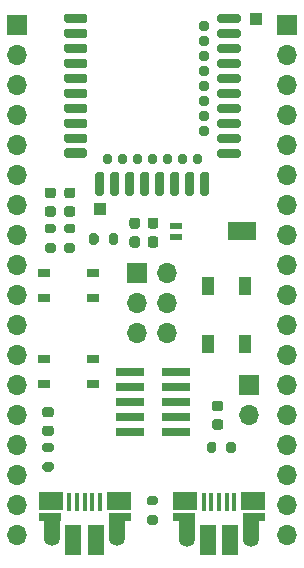
<source format=gts>
%TF.GenerationSoftware,KiCad,Pcbnew,5.1.10-88a1d61d58~88~ubuntu18.04.1*%
%TF.CreationDate,2021-06-05T10:08:30+03:00*%
%TF.ProjectId,ebyte-E73-2G4M08S1x-board,65627974-652d-4453-9733-2d3247344d30,rev?*%
%TF.SameCoordinates,Original*%
%TF.FileFunction,Soldermask,Top*%
%TF.FilePolarity,Negative*%
%FSLAX46Y46*%
G04 Gerber Fmt 4.6, Leading zero omitted, Abs format (unit mm)*
G04 Created by KiCad (PCBNEW 5.1.10-88a1d61d58~88~ubuntu18.04.1) date 2021-06-05 10:08:30*
%MOMM*%
%LPD*%
G01*
G04 APERTURE LIST*
%ADD10R,1.000000X1.500000*%
%ADD11R,2.400000X0.740000*%
%ADD12R,2.400000X1.500000*%
%ADD13R,1.100000X0.600000*%
%ADD14R,1.050000X0.650000*%
%ADD15R,1.430000X2.500000*%
%ADD16O,1.350000X1.700000*%
%ADD17O,1.100000X1.500000*%
%ADD18R,0.400000X1.650000*%
%ADD19R,2.000000X1.500000*%
%ADD20R,1.825000X0.700000*%
%ADD21R,1.350000X2.000000*%
%ADD22O,1.700000X1.700000*%
%ADD23R,1.700000X1.700000*%
%ADD24R,1.000000X1.000000*%
G04 APERTURE END LIST*
%TO.C,U5*%
G36*
G01*
X153405000Y-74341000D02*
X153805000Y-74341000D01*
G75*
G02*
X154005000Y-74541000I0J-200000D01*
G01*
X154005000Y-74941000D01*
G75*
G02*
X153805000Y-75141000I-200000J0D01*
G01*
X153405000Y-75141000D01*
G75*
G02*
X153205000Y-74941000I0J200000D01*
G01*
X153205000Y-74541000D01*
G75*
G02*
X153405000Y-74341000I200000J0D01*
G01*
G37*
G36*
G01*
X153405000Y-73071000D02*
X153805000Y-73071000D01*
G75*
G02*
X154005000Y-73271000I0J-200000D01*
G01*
X154005000Y-73671000D01*
G75*
G02*
X153805000Y-73871000I-200000J0D01*
G01*
X153405000Y-73871000D01*
G75*
G02*
X153205000Y-73671000I0J200000D01*
G01*
X153205000Y-73271000D01*
G75*
G02*
X153405000Y-73071000I200000J0D01*
G01*
G37*
G36*
G01*
X153405000Y-75611000D02*
X153805000Y-75611000D01*
G75*
G02*
X154005000Y-75811000I0J-200000D01*
G01*
X154005000Y-76211000D01*
G75*
G02*
X153805000Y-76411000I-200000J0D01*
G01*
X153405000Y-76411000D01*
G75*
G02*
X153205000Y-76211000I0J200000D01*
G01*
X153205000Y-75811000D01*
G75*
G02*
X153405000Y-75611000I200000J0D01*
G01*
G37*
G36*
G01*
X153405000Y-76881000D02*
X153805000Y-76881000D01*
G75*
G02*
X154005000Y-77081000I0J-200000D01*
G01*
X154005000Y-77481000D01*
G75*
G02*
X153805000Y-77681000I-200000J0D01*
G01*
X153405000Y-77681000D01*
G75*
G02*
X153205000Y-77481000I0J200000D01*
G01*
X153205000Y-77081000D01*
G75*
G02*
X153405000Y-76881000I200000J0D01*
G01*
G37*
G36*
G01*
X153405000Y-78151000D02*
X153805000Y-78151000D01*
G75*
G02*
X154005000Y-78351000I0J-200000D01*
G01*
X154005000Y-78751000D01*
G75*
G02*
X153805000Y-78951000I-200000J0D01*
G01*
X153405000Y-78951000D01*
G75*
G02*
X153205000Y-78751000I0J200000D01*
G01*
X153205000Y-78351000D01*
G75*
G02*
X153405000Y-78151000I200000J0D01*
G01*
G37*
G36*
G01*
X153405000Y-79421000D02*
X153805000Y-79421000D01*
G75*
G02*
X154005000Y-79621000I0J-200000D01*
G01*
X154005000Y-80021000D01*
G75*
G02*
X153805000Y-80221000I-200000J0D01*
G01*
X153405000Y-80221000D01*
G75*
G02*
X153205000Y-80021000I0J200000D01*
G01*
X153205000Y-79621000D01*
G75*
G02*
X153405000Y-79421000I200000J0D01*
G01*
G37*
G36*
G01*
X153405000Y-80691000D02*
X153805000Y-80691000D01*
G75*
G02*
X154005000Y-80891000I0J-200000D01*
G01*
X154005000Y-81291000D01*
G75*
G02*
X153805000Y-81491000I-200000J0D01*
G01*
X153405000Y-81491000D01*
G75*
G02*
X153205000Y-81291000I0J200000D01*
G01*
X153205000Y-80891000D01*
G75*
G02*
X153405000Y-80691000I200000J0D01*
G01*
G37*
G36*
G01*
X153405000Y-81961000D02*
X153805000Y-81961000D01*
G75*
G02*
X154005000Y-82161000I0J-200000D01*
G01*
X154005000Y-82561000D01*
G75*
G02*
X153805000Y-82761000I-200000J0D01*
G01*
X153405000Y-82761000D01*
G75*
G02*
X153205000Y-82561000I0J200000D01*
G01*
X153205000Y-82161000D01*
G75*
G02*
X153405000Y-81961000I200000J0D01*
G01*
G37*
G36*
G01*
X145215000Y-84351000D02*
X145615000Y-84351000D01*
G75*
G02*
X145815000Y-84551000I0J-200000D01*
G01*
X145815000Y-84951000D01*
G75*
G02*
X145615000Y-85151000I-200000J0D01*
G01*
X145215000Y-85151000D01*
G75*
G02*
X145015000Y-84951000I0J200000D01*
G01*
X145015000Y-84551000D01*
G75*
G02*
X145215000Y-84351000I200000J0D01*
G01*
G37*
G36*
G01*
X146485000Y-84351000D02*
X146885000Y-84351000D01*
G75*
G02*
X147085000Y-84551000I0J-200000D01*
G01*
X147085000Y-84951000D01*
G75*
G02*
X146885000Y-85151000I-200000J0D01*
G01*
X146485000Y-85151000D01*
G75*
G02*
X146285000Y-84951000I0J200000D01*
G01*
X146285000Y-84551000D01*
G75*
G02*
X146485000Y-84351000I200000J0D01*
G01*
G37*
G36*
G01*
X147755000Y-84351000D02*
X148155000Y-84351000D01*
G75*
G02*
X148355000Y-84551000I0J-200000D01*
G01*
X148355000Y-84951000D01*
G75*
G02*
X148155000Y-85151000I-200000J0D01*
G01*
X147755000Y-85151000D01*
G75*
G02*
X147555000Y-84951000I0J200000D01*
G01*
X147555000Y-84551000D01*
G75*
G02*
X147755000Y-84351000I200000J0D01*
G01*
G37*
G36*
G01*
X149025000Y-84351000D02*
X149425000Y-84351000D01*
G75*
G02*
X149625000Y-84551000I0J-200000D01*
G01*
X149625000Y-84951000D01*
G75*
G02*
X149425000Y-85151000I-200000J0D01*
G01*
X149025000Y-85151000D01*
G75*
G02*
X148825000Y-84951000I0J200000D01*
G01*
X148825000Y-84551000D01*
G75*
G02*
X149025000Y-84351000I200000J0D01*
G01*
G37*
G36*
G01*
X150295000Y-84351000D02*
X150695000Y-84351000D01*
G75*
G02*
X150895000Y-84551000I0J-200000D01*
G01*
X150895000Y-84951000D01*
G75*
G02*
X150695000Y-85151000I-200000J0D01*
G01*
X150295000Y-85151000D01*
G75*
G02*
X150095000Y-84951000I0J200000D01*
G01*
X150095000Y-84551000D01*
G75*
G02*
X150295000Y-84351000I200000J0D01*
G01*
G37*
G36*
G01*
X151565000Y-84351000D02*
X151965000Y-84351000D01*
G75*
G02*
X152165000Y-84551000I0J-200000D01*
G01*
X152165000Y-84951000D01*
G75*
G02*
X151965000Y-85151000I-200000J0D01*
G01*
X151565000Y-85151000D01*
G75*
G02*
X151365000Y-84951000I0J200000D01*
G01*
X151365000Y-84551000D01*
G75*
G02*
X151565000Y-84351000I200000J0D01*
G01*
G37*
G36*
G01*
X152835000Y-84351000D02*
X153235000Y-84351000D01*
G75*
G02*
X153435000Y-84551000I0J-200000D01*
G01*
X153435000Y-84951000D01*
G75*
G02*
X153235000Y-85151000I-200000J0D01*
G01*
X152835000Y-85151000D01*
G75*
G02*
X152635000Y-84951000I0J200000D01*
G01*
X152635000Y-84551000D01*
G75*
G02*
X152835000Y-84351000I200000J0D01*
G01*
G37*
G36*
G01*
X144575000Y-85841000D02*
X144975000Y-85841000D01*
G75*
G02*
X145175000Y-86041000I0J-200000D01*
G01*
X145175000Y-87641000D01*
G75*
G02*
X144975000Y-87841000I-200000J0D01*
G01*
X144575000Y-87841000D01*
G75*
G02*
X144375000Y-87641000I0J200000D01*
G01*
X144375000Y-86041000D01*
G75*
G02*
X144575000Y-85841000I200000J0D01*
G01*
G37*
G36*
G01*
X145845000Y-85841000D02*
X146245000Y-85841000D01*
G75*
G02*
X146445000Y-86041000I0J-200000D01*
G01*
X146445000Y-87641000D01*
G75*
G02*
X146245000Y-87841000I-200000J0D01*
G01*
X145845000Y-87841000D01*
G75*
G02*
X145645000Y-87641000I0J200000D01*
G01*
X145645000Y-86041000D01*
G75*
G02*
X145845000Y-85841000I200000J0D01*
G01*
G37*
G36*
G01*
X147115000Y-85841000D02*
X147515000Y-85841000D01*
G75*
G02*
X147715000Y-86041000I0J-200000D01*
G01*
X147715000Y-87641000D01*
G75*
G02*
X147515000Y-87841000I-200000J0D01*
G01*
X147115000Y-87841000D01*
G75*
G02*
X146915000Y-87641000I0J200000D01*
G01*
X146915000Y-86041000D01*
G75*
G02*
X147115000Y-85841000I200000J0D01*
G01*
G37*
G36*
G01*
X148385000Y-85841000D02*
X148785000Y-85841000D01*
G75*
G02*
X148985000Y-86041000I0J-200000D01*
G01*
X148985000Y-87641000D01*
G75*
G02*
X148785000Y-87841000I-200000J0D01*
G01*
X148385000Y-87841000D01*
G75*
G02*
X148185000Y-87641000I0J200000D01*
G01*
X148185000Y-86041000D01*
G75*
G02*
X148385000Y-85841000I200000J0D01*
G01*
G37*
G36*
G01*
X149655000Y-85841000D02*
X150055000Y-85841000D01*
G75*
G02*
X150255000Y-86041000I0J-200000D01*
G01*
X150255000Y-87641000D01*
G75*
G02*
X150055000Y-87841000I-200000J0D01*
G01*
X149655000Y-87841000D01*
G75*
G02*
X149455000Y-87641000I0J200000D01*
G01*
X149455000Y-86041000D01*
G75*
G02*
X149655000Y-85841000I200000J0D01*
G01*
G37*
G36*
G01*
X150925000Y-85841000D02*
X151325000Y-85841000D01*
G75*
G02*
X151525000Y-86041000I0J-200000D01*
G01*
X151525000Y-87641000D01*
G75*
G02*
X151325000Y-87841000I-200000J0D01*
G01*
X150925000Y-87841000D01*
G75*
G02*
X150725000Y-87641000I0J200000D01*
G01*
X150725000Y-86041000D01*
G75*
G02*
X150925000Y-85841000I200000J0D01*
G01*
G37*
G36*
G01*
X152195000Y-85841000D02*
X152595000Y-85841000D01*
G75*
G02*
X152795000Y-86041000I0J-200000D01*
G01*
X152795000Y-87641000D01*
G75*
G02*
X152595000Y-87841000I-200000J0D01*
G01*
X152195000Y-87841000D01*
G75*
G02*
X151995000Y-87641000I0J200000D01*
G01*
X151995000Y-86041000D01*
G75*
G02*
X152195000Y-85841000I200000J0D01*
G01*
G37*
G36*
G01*
X153465000Y-85841000D02*
X153865000Y-85841000D01*
G75*
G02*
X154065000Y-86041000I0J-200000D01*
G01*
X154065000Y-87641000D01*
G75*
G02*
X153865000Y-87841000I-200000J0D01*
G01*
X153465000Y-87841000D01*
G75*
G02*
X153265000Y-87641000I0J200000D01*
G01*
X153265000Y-86041000D01*
G75*
G02*
X153465000Y-85841000I200000J0D01*
G01*
G37*
G36*
G01*
X143731000Y-72621000D02*
X143731000Y-73021000D01*
G75*
G02*
X143531000Y-73221000I-200000J0D01*
G01*
X141931000Y-73221000D01*
G75*
G02*
X141731000Y-73021000I0J200000D01*
G01*
X141731000Y-72621000D01*
G75*
G02*
X141931000Y-72421000I200000J0D01*
G01*
X143531000Y-72421000D01*
G75*
G02*
X143731000Y-72621000I0J-200000D01*
G01*
G37*
G36*
G01*
X143731000Y-73891000D02*
X143731000Y-74291000D01*
G75*
G02*
X143531000Y-74491000I-200000J0D01*
G01*
X141931000Y-74491000D01*
G75*
G02*
X141731000Y-74291000I0J200000D01*
G01*
X141731000Y-73891000D01*
G75*
G02*
X141931000Y-73691000I200000J0D01*
G01*
X143531000Y-73691000D01*
G75*
G02*
X143731000Y-73891000I0J-200000D01*
G01*
G37*
G36*
G01*
X143731000Y-75161000D02*
X143731000Y-75561000D01*
G75*
G02*
X143531000Y-75761000I-200000J0D01*
G01*
X141931000Y-75761000D01*
G75*
G02*
X141731000Y-75561000I0J200000D01*
G01*
X141731000Y-75161000D01*
G75*
G02*
X141931000Y-74961000I200000J0D01*
G01*
X143531000Y-74961000D01*
G75*
G02*
X143731000Y-75161000I0J-200000D01*
G01*
G37*
G36*
G01*
X143731000Y-76431000D02*
X143731000Y-76831000D01*
G75*
G02*
X143531000Y-77031000I-200000J0D01*
G01*
X141931000Y-77031000D01*
G75*
G02*
X141731000Y-76831000I0J200000D01*
G01*
X141731000Y-76431000D01*
G75*
G02*
X141931000Y-76231000I200000J0D01*
G01*
X143531000Y-76231000D01*
G75*
G02*
X143731000Y-76431000I0J-200000D01*
G01*
G37*
G36*
G01*
X143731000Y-80241000D02*
X143731000Y-80641000D01*
G75*
G02*
X143531000Y-80841000I-200000J0D01*
G01*
X141931000Y-80841000D01*
G75*
G02*
X141731000Y-80641000I0J200000D01*
G01*
X141731000Y-80241000D01*
G75*
G02*
X141931000Y-80041000I200000J0D01*
G01*
X143531000Y-80041000D01*
G75*
G02*
X143731000Y-80241000I0J-200000D01*
G01*
G37*
G36*
G01*
X143731000Y-77701000D02*
X143731000Y-78101000D01*
G75*
G02*
X143531000Y-78301000I-200000J0D01*
G01*
X141931000Y-78301000D01*
G75*
G02*
X141731000Y-78101000I0J200000D01*
G01*
X141731000Y-77701000D01*
G75*
G02*
X141931000Y-77501000I200000J0D01*
G01*
X143531000Y-77501000D01*
G75*
G02*
X143731000Y-77701000I0J-200000D01*
G01*
G37*
G36*
G01*
X143731000Y-82781000D02*
X143731000Y-83181000D01*
G75*
G02*
X143531000Y-83381000I-200000J0D01*
G01*
X141931000Y-83381000D01*
G75*
G02*
X141731000Y-83181000I0J200000D01*
G01*
X141731000Y-82781000D01*
G75*
G02*
X141931000Y-82581000I200000J0D01*
G01*
X143531000Y-82581000D01*
G75*
G02*
X143731000Y-82781000I0J-200000D01*
G01*
G37*
G36*
G01*
X143731000Y-78971000D02*
X143731000Y-79371000D01*
G75*
G02*
X143531000Y-79571000I-200000J0D01*
G01*
X141931000Y-79571000D01*
G75*
G02*
X141731000Y-79371000I0J200000D01*
G01*
X141731000Y-78971000D01*
G75*
G02*
X141931000Y-78771000I200000J0D01*
G01*
X143531000Y-78771000D01*
G75*
G02*
X143731000Y-78971000I0J-200000D01*
G01*
G37*
G36*
G01*
X143735000Y-84041000D02*
X143735000Y-84441000D01*
G75*
G02*
X143535000Y-84641000I-200000J0D01*
G01*
X141935000Y-84641000D01*
G75*
G02*
X141735000Y-84441000I0J200000D01*
G01*
X141735000Y-84041000D01*
G75*
G02*
X141935000Y-83841000I200000J0D01*
G01*
X143535000Y-83841000D01*
G75*
G02*
X143735000Y-84041000I0J-200000D01*
G01*
G37*
G36*
G01*
X143731000Y-81511000D02*
X143731000Y-81911000D01*
G75*
G02*
X143531000Y-82111000I-200000J0D01*
G01*
X141931000Y-82111000D01*
G75*
G02*
X141731000Y-81911000I0J200000D01*
G01*
X141731000Y-81511000D01*
G75*
G02*
X141931000Y-81311000I200000J0D01*
G01*
X143531000Y-81311000D01*
G75*
G02*
X143731000Y-81511000I0J-200000D01*
G01*
G37*
G36*
G01*
X156725000Y-72621000D02*
X156725000Y-73021000D01*
G75*
G02*
X156525000Y-73221000I-200000J0D01*
G01*
X154925000Y-73221000D01*
G75*
G02*
X154725000Y-73021000I0J200000D01*
G01*
X154725000Y-72621000D01*
G75*
G02*
X154925000Y-72421000I200000J0D01*
G01*
X156525000Y-72421000D01*
G75*
G02*
X156725000Y-72621000I0J-200000D01*
G01*
G37*
G36*
G01*
X156725000Y-73891000D02*
X156725000Y-74291000D01*
G75*
G02*
X156525000Y-74491000I-200000J0D01*
G01*
X154925000Y-74491000D01*
G75*
G02*
X154725000Y-74291000I0J200000D01*
G01*
X154725000Y-73891000D01*
G75*
G02*
X154925000Y-73691000I200000J0D01*
G01*
X156525000Y-73691000D01*
G75*
G02*
X156725000Y-73891000I0J-200000D01*
G01*
G37*
G36*
G01*
X156725000Y-75161000D02*
X156725000Y-75561000D01*
G75*
G02*
X156525000Y-75761000I-200000J0D01*
G01*
X154925000Y-75761000D01*
G75*
G02*
X154725000Y-75561000I0J200000D01*
G01*
X154725000Y-75161000D01*
G75*
G02*
X154925000Y-74961000I200000J0D01*
G01*
X156525000Y-74961000D01*
G75*
G02*
X156725000Y-75161000I0J-200000D01*
G01*
G37*
G36*
G01*
X156725000Y-76431000D02*
X156725000Y-76831000D01*
G75*
G02*
X156525000Y-77031000I-200000J0D01*
G01*
X154925000Y-77031000D01*
G75*
G02*
X154725000Y-76831000I0J200000D01*
G01*
X154725000Y-76431000D01*
G75*
G02*
X154925000Y-76231000I200000J0D01*
G01*
X156525000Y-76231000D01*
G75*
G02*
X156725000Y-76431000I0J-200000D01*
G01*
G37*
G36*
G01*
X156725000Y-77701000D02*
X156725000Y-78101000D01*
G75*
G02*
X156525000Y-78301000I-200000J0D01*
G01*
X154925000Y-78301000D01*
G75*
G02*
X154725000Y-78101000I0J200000D01*
G01*
X154725000Y-77701000D01*
G75*
G02*
X154925000Y-77501000I200000J0D01*
G01*
X156525000Y-77501000D01*
G75*
G02*
X156725000Y-77701000I0J-200000D01*
G01*
G37*
G36*
G01*
X156725000Y-78971000D02*
X156725000Y-79371000D01*
G75*
G02*
X156525000Y-79571000I-200000J0D01*
G01*
X154925000Y-79571000D01*
G75*
G02*
X154725000Y-79371000I0J200000D01*
G01*
X154725000Y-78971000D01*
G75*
G02*
X154925000Y-78771000I200000J0D01*
G01*
X156525000Y-78771000D01*
G75*
G02*
X156725000Y-78971000I0J-200000D01*
G01*
G37*
G36*
G01*
X156725000Y-80241000D02*
X156725000Y-80641000D01*
G75*
G02*
X156525000Y-80841000I-200000J0D01*
G01*
X154925000Y-80841000D01*
G75*
G02*
X154725000Y-80641000I0J200000D01*
G01*
X154725000Y-80241000D01*
G75*
G02*
X154925000Y-80041000I200000J0D01*
G01*
X156525000Y-80041000D01*
G75*
G02*
X156725000Y-80241000I0J-200000D01*
G01*
G37*
G36*
G01*
X156725000Y-81511000D02*
X156725000Y-81911000D01*
G75*
G02*
X156525000Y-82111000I-200000J0D01*
G01*
X154925000Y-82111000D01*
G75*
G02*
X154725000Y-81911000I0J200000D01*
G01*
X154725000Y-81511000D01*
G75*
G02*
X154925000Y-81311000I200000J0D01*
G01*
X156525000Y-81311000D01*
G75*
G02*
X156725000Y-81511000I0J-200000D01*
G01*
G37*
G36*
G01*
X156725000Y-82781000D02*
X156725000Y-83181000D01*
G75*
G02*
X156525000Y-83381000I-200000J0D01*
G01*
X154925000Y-83381000D01*
G75*
G02*
X154725000Y-83181000I0J200000D01*
G01*
X154725000Y-82781000D01*
G75*
G02*
X154925000Y-82581000I200000J0D01*
G01*
X156525000Y-82581000D01*
G75*
G02*
X156725000Y-82781000I0J-200000D01*
G01*
G37*
G36*
G01*
X156725000Y-84051000D02*
X156725000Y-84451000D01*
G75*
G02*
X156525000Y-84651000I-200000J0D01*
G01*
X154925000Y-84651000D01*
G75*
G02*
X154725000Y-84451000I0J200000D01*
G01*
X154725000Y-84051000D01*
G75*
G02*
X154925000Y-83851000I200000J0D01*
G01*
X156525000Y-83851000D01*
G75*
G02*
X156725000Y-84051000I0J-200000D01*
G01*
G37*
%TD*%
D10*
%TO.C,D7*%
X153911500Y-100367000D03*
X157111500Y-100367000D03*
X153911500Y-95467000D03*
X157111500Y-95467000D03*
%TD*%
D11*
%TO.C,J6*%
X151220000Y-107823000D03*
X147320000Y-107823000D03*
X151220000Y-106553000D03*
X147320000Y-106553000D03*
X151220000Y-105283000D03*
X147320000Y-105283000D03*
X151220000Y-104013000D03*
X147320000Y-104013000D03*
X151220000Y-102743000D03*
X147320000Y-102743000D03*
%TD*%
%TO.C,R8*%
G36*
G01*
X140673500Y-109557000D02*
X140123500Y-109557000D01*
G75*
G02*
X139923500Y-109357000I0J200000D01*
G01*
X139923500Y-108957000D01*
G75*
G02*
X140123500Y-108757000I200000J0D01*
G01*
X140673500Y-108757000D01*
G75*
G02*
X140873500Y-108957000I0J-200000D01*
G01*
X140873500Y-109357000D01*
G75*
G02*
X140673500Y-109557000I-200000J0D01*
G01*
G37*
G36*
G01*
X140673500Y-111207000D02*
X140123500Y-111207000D01*
G75*
G02*
X139923500Y-111007000I0J200000D01*
G01*
X139923500Y-110607000D01*
G75*
G02*
X140123500Y-110407000I200000J0D01*
G01*
X140673500Y-110407000D01*
G75*
G02*
X140873500Y-110607000I0J-200000D01*
G01*
X140873500Y-111007000D01*
G75*
G02*
X140673500Y-111207000I-200000J0D01*
G01*
G37*
%TD*%
%TO.C,D8*%
G36*
G01*
X140654750Y-106609500D02*
X140142250Y-106609500D01*
G75*
G02*
X139923500Y-106390750I0J218750D01*
G01*
X139923500Y-105953250D01*
G75*
G02*
X140142250Y-105734500I218750J0D01*
G01*
X140654750Y-105734500D01*
G75*
G02*
X140873500Y-105953250I0J-218750D01*
G01*
X140873500Y-106390750D01*
G75*
G02*
X140654750Y-106609500I-218750J0D01*
G01*
G37*
G36*
G01*
X140654750Y-108184500D02*
X140142250Y-108184500D01*
G75*
G02*
X139923500Y-107965750I0J218750D01*
G01*
X139923500Y-107528250D01*
G75*
G02*
X140142250Y-107309500I218750J0D01*
G01*
X140654750Y-107309500D01*
G75*
G02*
X140873500Y-107528250I0J-218750D01*
G01*
X140873500Y-107965750D01*
G75*
G02*
X140654750Y-108184500I-218750J0D01*
G01*
G37*
%TD*%
%TO.C,R7*%
G36*
G01*
X141965000Y-91865000D02*
X142515000Y-91865000D01*
G75*
G02*
X142715000Y-92065000I0J-200000D01*
G01*
X142715000Y-92465000D01*
G75*
G02*
X142515000Y-92665000I-200000J0D01*
G01*
X141965000Y-92665000D01*
G75*
G02*
X141765000Y-92465000I0J200000D01*
G01*
X141765000Y-92065000D01*
G75*
G02*
X141965000Y-91865000I200000J0D01*
G01*
G37*
G36*
G01*
X141965000Y-90215000D02*
X142515000Y-90215000D01*
G75*
G02*
X142715000Y-90415000I0J-200000D01*
G01*
X142715000Y-90815000D01*
G75*
G02*
X142515000Y-91015000I-200000J0D01*
G01*
X141965000Y-91015000D01*
G75*
G02*
X141765000Y-90815000I0J200000D01*
G01*
X141765000Y-90415000D01*
G75*
G02*
X141965000Y-90215000I200000J0D01*
G01*
G37*
%TD*%
D12*
%TO.C,Y1*%
X156843500Y-90868500D03*
D13*
X151243500Y-90368500D03*
X151243500Y-91368500D03*
%TD*%
%TO.C,C7*%
G36*
G01*
X148188500Y-91507500D02*
X148188500Y-92007500D01*
G75*
G02*
X147963500Y-92232500I-225000J0D01*
G01*
X147513500Y-92232500D01*
G75*
G02*
X147288500Y-92007500I0J225000D01*
G01*
X147288500Y-91507500D01*
G75*
G02*
X147513500Y-91282500I225000J0D01*
G01*
X147963500Y-91282500D01*
G75*
G02*
X148188500Y-91507500I0J-225000D01*
G01*
G37*
G36*
G01*
X149738500Y-91507500D02*
X149738500Y-92007500D01*
G75*
G02*
X149513500Y-92232500I-225000J0D01*
G01*
X149063500Y-92232500D01*
G75*
G02*
X148838500Y-92007500I0J225000D01*
G01*
X148838500Y-91507500D01*
G75*
G02*
X149063500Y-91282500I225000J0D01*
G01*
X149513500Y-91282500D01*
G75*
G02*
X149738500Y-91507500I0J-225000D01*
G01*
G37*
%TD*%
D14*
%TO.C,SW2*%
X144188000Y-96515500D03*
X140038000Y-96515500D03*
X144188000Y-94365500D03*
X140038000Y-94365500D03*
%TD*%
%TO.C,R5*%
G36*
G01*
X144672500Y-91228500D02*
X144672500Y-91778500D01*
G75*
G02*
X144472500Y-91978500I-200000J0D01*
G01*
X144072500Y-91978500D01*
G75*
G02*
X143872500Y-91778500I0J200000D01*
G01*
X143872500Y-91228500D01*
G75*
G02*
X144072500Y-91028500I200000J0D01*
G01*
X144472500Y-91028500D01*
G75*
G02*
X144672500Y-91228500I0J-200000D01*
G01*
G37*
G36*
G01*
X146322500Y-91228500D02*
X146322500Y-91778500D01*
G75*
G02*
X146122500Y-91978500I-200000J0D01*
G01*
X145722500Y-91978500D01*
G75*
G02*
X145522500Y-91778500I0J200000D01*
G01*
X145522500Y-91228500D01*
G75*
G02*
X145722500Y-91028500I200000J0D01*
G01*
X146122500Y-91028500D01*
G75*
G02*
X146322500Y-91228500I0J-200000D01*
G01*
G37*
%TD*%
%TO.C,D6*%
G36*
G01*
X142496250Y-88042000D02*
X141983750Y-88042000D01*
G75*
G02*
X141765000Y-87823250I0J218750D01*
G01*
X141765000Y-87385750D01*
G75*
G02*
X141983750Y-87167000I218750J0D01*
G01*
X142496250Y-87167000D01*
G75*
G02*
X142715000Y-87385750I0J-218750D01*
G01*
X142715000Y-87823250D01*
G75*
G02*
X142496250Y-88042000I-218750J0D01*
G01*
G37*
G36*
G01*
X142496250Y-89617000D02*
X141983750Y-89617000D01*
G75*
G02*
X141765000Y-89398250I0J218750D01*
G01*
X141765000Y-88960750D01*
G75*
G02*
X141983750Y-88742000I218750J0D01*
G01*
X142496250Y-88742000D01*
G75*
G02*
X142715000Y-88960750I0J-218750D01*
G01*
X142715000Y-89398250D01*
G75*
G02*
X142496250Y-89617000I-218750J0D01*
G01*
G37*
%TD*%
D15*
%TO.C,J1*%
X144445000Y-116955000D03*
X142525000Y-116955000D03*
D16*
X146215000Y-116685000D03*
X140755000Y-116685000D03*
D17*
X145905000Y-113685000D03*
X141065000Y-113685000D03*
D18*
X144785000Y-113805000D03*
X144135000Y-113805000D03*
X143485000Y-113805000D03*
X142835000Y-113805000D03*
X142185000Y-113805000D03*
D19*
X146385000Y-113685000D03*
X140635000Y-113705000D03*
D20*
X146485000Y-115005000D03*
X140535000Y-115005000D03*
D21*
X140755000Y-115755000D03*
X146235000Y-115755000D03*
%TD*%
D15*
%TO.C,J2*%
X155829000Y-116967000D03*
X153909000Y-116967000D03*
D16*
X157599000Y-116697000D03*
X152139000Y-116697000D03*
D17*
X157289000Y-113697000D03*
X152449000Y-113697000D03*
D18*
X156169000Y-113817000D03*
X155519000Y-113817000D03*
X154869000Y-113817000D03*
X154219000Y-113817000D03*
X153569000Y-113817000D03*
D19*
X157769000Y-113697000D03*
X152019000Y-113717000D03*
D20*
X157869000Y-115017000D03*
X151919000Y-115017000D03*
D21*
X152139000Y-115767000D03*
X157619000Y-115767000D03*
%TD*%
D22*
%TO.C,J5*%
X160655000Y-116586000D03*
X160655000Y-114046000D03*
X160655000Y-111506000D03*
X160655000Y-108966000D03*
X160655000Y-106426000D03*
X160655000Y-103886000D03*
X160655000Y-101346000D03*
X160655000Y-98806000D03*
X160655000Y-96266000D03*
X160655000Y-93726000D03*
X160655000Y-91186000D03*
X160655000Y-88646000D03*
X160655000Y-86106000D03*
X160655000Y-83566000D03*
X160655000Y-81026000D03*
X160655000Y-78486000D03*
X160655000Y-75946000D03*
D23*
X160655000Y-73406000D03*
%TD*%
%TO.C,R6*%
G36*
G01*
X140314000Y-91865000D02*
X140864000Y-91865000D01*
G75*
G02*
X141064000Y-92065000I0J-200000D01*
G01*
X141064000Y-92465000D01*
G75*
G02*
X140864000Y-92665000I-200000J0D01*
G01*
X140314000Y-92665000D01*
G75*
G02*
X140114000Y-92465000I0J200000D01*
G01*
X140114000Y-92065000D01*
G75*
G02*
X140314000Y-91865000I200000J0D01*
G01*
G37*
G36*
G01*
X140314000Y-90215000D02*
X140864000Y-90215000D01*
G75*
G02*
X141064000Y-90415000I0J-200000D01*
G01*
X141064000Y-90815000D01*
G75*
G02*
X140864000Y-91015000I-200000J0D01*
G01*
X140314000Y-91015000D01*
G75*
G02*
X140114000Y-90815000I0J200000D01*
G01*
X140114000Y-90415000D01*
G75*
G02*
X140314000Y-90215000I200000J0D01*
G01*
G37*
%TD*%
%TO.C,D5*%
G36*
G01*
X140845250Y-88042000D02*
X140332750Y-88042000D01*
G75*
G02*
X140114000Y-87823250I0J218750D01*
G01*
X140114000Y-87385750D01*
G75*
G02*
X140332750Y-87167000I218750J0D01*
G01*
X140845250Y-87167000D01*
G75*
G02*
X141064000Y-87385750I0J-218750D01*
G01*
X141064000Y-87823250D01*
G75*
G02*
X140845250Y-88042000I-218750J0D01*
G01*
G37*
G36*
G01*
X140845250Y-89617000D02*
X140332750Y-89617000D01*
G75*
G02*
X140114000Y-89398250I0J218750D01*
G01*
X140114000Y-88960750D01*
G75*
G02*
X140332750Y-88742000I218750J0D01*
G01*
X140845250Y-88742000D01*
G75*
G02*
X141064000Y-88960750I0J-218750D01*
G01*
X141064000Y-89398250D01*
G75*
G02*
X140845250Y-89617000I-218750J0D01*
G01*
G37*
%TD*%
D22*
%TO.C,J4*%
X137795000Y-116586000D03*
X137795000Y-114046000D03*
X137795000Y-111506000D03*
X137795000Y-108966000D03*
X137795000Y-106426000D03*
X137795000Y-103886000D03*
X137795000Y-101346000D03*
X137795000Y-98806000D03*
X137795000Y-96266000D03*
X137795000Y-93726000D03*
X137795000Y-91186000D03*
X137795000Y-88646000D03*
X137795000Y-86106000D03*
X137795000Y-83566000D03*
X137795000Y-81026000D03*
X137795000Y-78486000D03*
X137795000Y-75946000D03*
D23*
X137795000Y-73406000D03*
%TD*%
D24*
%TO.C,TP1*%
X144780000Y-88950800D03*
%TD*%
%TO.C,D4*%
G36*
G01*
X155005750Y-106076000D02*
X154493250Y-106076000D01*
G75*
G02*
X154274500Y-105857250I0J218750D01*
G01*
X154274500Y-105419750D01*
G75*
G02*
X154493250Y-105201000I218750J0D01*
G01*
X155005750Y-105201000D01*
G75*
G02*
X155224500Y-105419750I0J-218750D01*
G01*
X155224500Y-105857250D01*
G75*
G02*
X155005750Y-106076000I-218750J0D01*
G01*
G37*
G36*
G01*
X155005750Y-107651000D02*
X154493250Y-107651000D01*
G75*
G02*
X154274500Y-107432250I0J218750D01*
G01*
X154274500Y-106994750D01*
G75*
G02*
X154493250Y-106776000I218750J0D01*
G01*
X155005750Y-106776000D01*
G75*
G02*
X155224500Y-106994750I0J-218750D01*
G01*
X155224500Y-107432250D01*
G75*
G02*
X155005750Y-107651000I-218750J0D01*
G01*
G37*
%TD*%
%TO.C,R4*%
G36*
G01*
X154642000Y-108881500D02*
X154642000Y-109431500D01*
G75*
G02*
X154442000Y-109631500I-200000J0D01*
G01*
X154042000Y-109631500D01*
G75*
G02*
X153842000Y-109431500I0J200000D01*
G01*
X153842000Y-108881500D01*
G75*
G02*
X154042000Y-108681500I200000J0D01*
G01*
X154442000Y-108681500D01*
G75*
G02*
X154642000Y-108881500I0J-200000D01*
G01*
G37*
G36*
G01*
X156292000Y-108881500D02*
X156292000Y-109431500D01*
G75*
G02*
X156092000Y-109631500I-200000J0D01*
G01*
X155692000Y-109631500D01*
G75*
G02*
X155492000Y-109431500I0J200000D01*
G01*
X155492000Y-108881500D01*
G75*
G02*
X155692000Y-108681500I200000J0D01*
G01*
X156092000Y-108681500D01*
G75*
G02*
X156292000Y-108881500I0J-200000D01*
G01*
G37*
%TD*%
%TO.C,R1*%
G36*
G01*
X148950000Y-114916000D02*
X149500000Y-114916000D01*
G75*
G02*
X149700000Y-115116000I0J-200000D01*
G01*
X149700000Y-115516000D01*
G75*
G02*
X149500000Y-115716000I-200000J0D01*
G01*
X148950000Y-115716000D01*
G75*
G02*
X148750000Y-115516000I0J200000D01*
G01*
X148750000Y-115116000D01*
G75*
G02*
X148950000Y-114916000I200000J0D01*
G01*
G37*
G36*
G01*
X148950000Y-113266000D02*
X149500000Y-113266000D01*
G75*
G02*
X149700000Y-113466000I0J-200000D01*
G01*
X149700000Y-113866000D01*
G75*
G02*
X149500000Y-114066000I-200000J0D01*
G01*
X148950000Y-114066000D01*
G75*
G02*
X148750000Y-113866000I0J200000D01*
G01*
X148750000Y-113466000D01*
G75*
G02*
X148950000Y-113266000I200000J0D01*
G01*
G37*
%TD*%
D22*
%TO.C,J7*%
X150495000Y-99441000D03*
X147955000Y-99441000D03*
X150495000Y-96901000D03*
X147955000Y-96901000D03*
X150495000Y-94361000D03*
D23*
X147955000Y-94361000D03*
%TD*%
D22*
%TO.C,J3*%
X157429200Y-106426000D03*
D23*
X157429200Y-103886000D03*
%TD*%
D14*
%TO.C,SW1*%
X144188000Y-103818000D03*
X140038000Y-103818000D03*
X144188000Y-101668000D03*
X140038000Y-101668000D03*
%TD*%
%TO.C,C8*%
G36*
G01*
X148188500Y-89920000D02*
X148188500Y-90420000D01*
G75*
G02*
X147963500Y-90645000I-225000J0D01*
G01*
X147513500Y-90645000D01*
G75*
G02*
X147288500Y-90420000I0J225000D01*
G01*
X147288500Y-89920000D01*
G75*
G02*
X147513500Y-89695000I225000J0D01*
G01*
X147963500Y-89695000D01*
G75*
G02*
X148188500Y-89920000I0J-225000D01*
G01*
G37*
G36*
G01*
X149738500Y-89920000D02*
X149738500Y-90420000D01*
G75*
G02*
X149513500Y-90645000I-225000J0D01*
G01*
X149063500Y-90645000D01*
G75*
G02*
X148838500Y-90420000I0J225000D01*
G01*
X148838500Y-89920000D01*
G75*
G02*
X149063500Y-89695000I225000J0D01*
G01*
X149513500Y-89695000D01*
G75*
G02*
X149738500Y-89920000I0J-225000D01*
G01*
G37*
%TD*%
D24*
%TO.C,TP2*%
X157988000Y-72885300D03*
%TD*%
M02*

</source>
